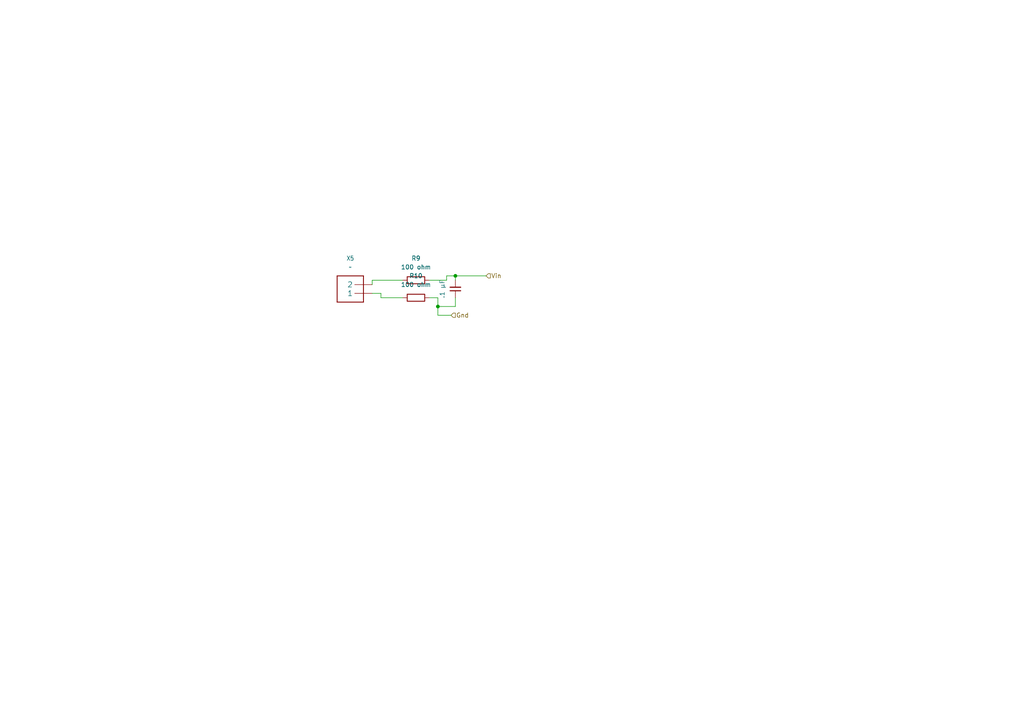
<source format=kicad_sch>
(kicad_sch
	(version 20250114)
	(generator "eeschema")
	(generator_version "9.0")
	(uuid "12f47e90-2ab0-4108-9298-920f34779b84")
	(paper "A4")
	(lib_symbols
		(symbol "Device:C_Small"
			(pin_numbers
				(hide yes)
			)
			(pin_names
				(offset 0.254)
				(hide yes)
			)
			(exclude_from_sim no)
			(in_bom yes)
			(on_board yes)
			(property "Reference" "C"
				(at 0.254 1.778 0)
				(effects
					(font
						(size 1.27 1.27)
					)
					(justify left)
				)
			)
			(property "Value" "C_Small"
				(at 0.254 -2.032 0)
				(effects
					(font
						(size 1.27 1.27)
					)
					(justify left)
				)
			)
			(property "Footprint" ""
				(at 0 0 0)
				(effects
					(font
						(size 1.27 1.27)
					)
					(hide yes)
				)
			)
			(property "Datasheet" "~"
				(at 0 0 0)
				(effects
					(font
						(size 1.27 1.27)
					)
					(hide yes)
				)
			)
			(property "Description" "Unpolarized capacitor, small symbol"
				(at 0 0 0)
				(effects
					(font
						(size 1.27 1.27)
					)
					(hide yes)
				)
			)
			(property "ki_keywords" "capacitor cap"
				(at 0 0 0)
				(effects
					(font
						(size 1.27 1.27)
					)
					(hide yes)
				)
			)
			(property "ki_fp_filters" "C_*"
				(at 0 0 0)
				(effects
					(font
						(size 1.27 1.27)
					)
					(hide yes)
				)
			)
			(symbol "C_Small_0_1"
				(polyline
					(pts
						(xy -1.524 0.508) (xy 1.524 0.508)
					)
					(stroke
						(width 0.3048)
						(type default)
					)
					(fill
						(type none)
					)
				)
				(polyline
					(pts
						(xy -1.524 -0.508) (xy 1.524 -0.508)
					)
					(stroke
						(width 0.3302)
						(type default)
					)
					(fill
						(type none)
					)
				)
			)
			(symbol "C_Small_1_1"
				(pin passive line
					(at 0 2.54 270)
					(length 2.032)
					(name "~"
						(effects
							(font
								(size 1.27 1.27)
							)
						)
					)
					(number "1"
						(effects
							(font
								(size 1.27 1.27)
							)
						)
					)
				)
				(pin passive line
					(at 0 -2.54 90)
					(length 2.032)
					(name "~"
						(effects
							(font
								(size 1.27 1.27)
							)
						)
					)
					(number "2"
						(effects
							(font
								(size 1.27 1.27)
							)
						)
					)
				)
			)
			(embedded_fonts no)
		)
		(symbol "Device:R"
			(pin_numbers
				(hide yes)
			)
			(pin_names
				(offset 0)
			)
			(exclude_from_sim no)
			(in_bom yes)
			(on_board yes)
			(property "Reference" "R"
				(at 2.032 0 90)
				(effects
					(font
						(size 1.27 1.27)
					)
				)
			)
			(property "Value" "R"
				(at 0 0 90)
				(effects
					(font
						(size 1.27 1.27)
					)
				)
			)
			(property "Footprint" ""
				(at -1.778 0 90)
				(effects
					(font
						(size 1.27 1.27)
					)
					(hide yes)
				)
			)
			(property "Datasheet" "~"
				(at 0 0 0)
				(effects
					(font
						(size 1.27 1.27)
					)
					(hide yes)
				)
			)
			(property "Description" "Resistor"
				(at 0 0 0)
				(effects
					(font
						(size 1.27 1.27)
					)
					(hide yes)
				)
			)
			(property "ki_keywords" "R res resistor"
				(at 0 0 0)
				(effects
					(font
						(size 1.27 1.27)
					)
					(hide yes)
				)
			)
			(property "ki_fp_filters" "R_*"
				(at 0 0 0)
				(effects
					(font
						(size 1.27 1.27)
					)
					(hide yes)
				)
			)
			(symbol "R_0_1"
				(rectangle
					(start -1.016 -2.54)
					(end 1.016 2.54)
					(stroke
						(width 0.254)
						(type default)
					)
					(fill
						(type none)
					)
				)
			)
			(symbol "R_1_1"
				(pin passive line
					(at 0 3.81 270)
					(length 1.27)
					(name "~"
						(effects
							(font
								(size 1.27 1.27)
							)
						)
					)
					(number "1"
						(effects
							(font
								(size 1.27 1.27)
							)
						)
					)
				)
				(pin passive line
					(at 0 -3.81 90)
					(length 1.27)
					(name "~"
						(effects
							(font
								(size 1.27 1.27)
							)
						)
					)
					(number "2"
						(effects
							(font
								(size 1.27 1.27)
							)
						)
					)
				)
			)
			(embedded_fonts no)
		)
		(symbol "socket:TERMBLOCK_1X2"
			(exclude_from_sim no)
			(in_bom yes)
			(on_board yes)
			(property "Reference" "X"
				(at -2.54 7.62 0)
				(effects
					(font
						(size 1.27 1.0795)
					)
					(justify left bottom)
				)
			)
			(property "Value" ""
				(at -2.54 -5.08 0)
				(effects
					(font
						(size 1.27 1.0795)
					)
					(justify left bottom)
				)
			)
			(property "Footprint" "Adafruit MAX31856:TERMBLOCK_1X2-3.5MM"
				(at 0 0 0)
				(effects
					(font
						(size 1.27 1.27)
					)
					(hide yes)
				)
			)
			(property "Datasheet" ""
				(at 0 0 0)
				(effects
					(font
						(size 1.27 1.27)
					)
					(hide yes)
				)
			)
			(property "Description" "3.5mm Terminal block\n\nhttp://www.ladyada.net/library/pcb/eaglelibrary.html"
				(at 0 0 0)
				(effects
					(font
						(size 1.27 1.27)
					)
					(hide yes)
				)
			)
			(property "ki_locked" ""
				(at 0 0 0)
				(effects
					(font
						(size 1.27 1.27)
					)
				)
			)
			(symbol "TERMBLOCK_1X2_1_0"
				(polyline
					(pts
						(xy -2.54 5.08) (xy -2.54 -2.54)
					)
					(stroke
						(width 0.254)
						(type solid)
					)
					(fill
						(type none)
					)
				)
				(polyline
					(pts
						(xy -2.54 -2.54) (xy 5.08 -2.54)
					)
					(stroke
						(width 0.254)
						(type solid)
					)
					(fill
						(type none)
					)
				)
				(polyline
					(pts
						(xy 5.08 5.08) (xy -2.54 5.08)
					)
					(stroke
						(width 0.254)
						(type solid)
					)
					(fill
						(type none)
					)
				)
				(polyline
					(pts
						(xy 5.08 -2.54) (xy 5.08 5.08)
					)
					(stroke
						(width 0.254)
						(type solid)
					)
					(fill
						(type none)
					)
				)
				(pin passive line
					(at -5.08 2.54 0)
					(length 5.08)
					(name "1"
						(effects
							(font
								(size 1.524 1.524)
							)
						)
					)
					(number "1"
						(effects
							(font
								(size 0 0)
							)
						)
					)
				)
				(pin passive line
					(at -5.08 0 0)
					(length 5.08)
					(name "2"
						(effects
							(font
								(size 1.524 1.524)
							)
						)
					)
					(number "2"
						(effects
							(font
								(size 0 0)
							)
						)
					)
				)
			)
			(embedded_fonts no)
		)
	)
	(junction
		(at 132.08 80.01)
		(diameter 0)
		(color 0 0 0 0)
		(uuid "2ceacb49-9864-4526-a73d-ba7719892d12")
	)
	(junction
		(at 127 88.9)
		(diameter 0)
		(color 0 0 0 0)
		(uuid "a017e8fc-c0ab-4a31-bd87-3bba5834815c")
	)
	(wire
		(pts
			(xy 107.95 81.28) (xy 116.84 81.28)
		)
		(stroke
			(width 0)
			(type default)
		)
		(uuid "19347a83-ad9c-4105-b394-bc839e175242")
	)
	(wire
		(pts
			(xy 132.08 86.36) (xy 132.08 88.9)
		)
		(stroke
			(width 0)
			(type default)
		)
		(uuid "25945845-0a36-4a7b-9b6b-333252776a1f")
	)
	(wire
		(pts
			(xy 129.54 80.01) (xy 129.54 81.28)
		)
		(stroke
			(width 0)
			(type default)
		)
		(uuid "31a76246-6826-4e16-8c0a-76e37fb55cad")
	)
	(wire
		(pts
			(xy 110.49 86.36) (xy 110.49 85.09)
		)
		(stroke
			(width 0)
			(type default)
		)
		(uuid "33649565-36ea-4564-989f-66579282d1f9")
	)
	(wire
		(pts
			(xy 127 91.44) (xy 127 88.9)
		)
		(stroke
			(width 0)
			(type default)
		)
		(uuid "48fbf022-1cd5-4d62-a059-5b195a33fc7e")
	)
	(wire
		(pts
			(xy 129.54 81.28) (xy 124.46 81.28)
		)
		(stroke
			(width 0)
			(type default)
		)
		(uuid "4a4c168c-d7db-48b1-b65a-5a4ab9cadd98")
	)
	(wire
		(pts
			(xy 129.54 80.01) (xy 132.08 80.01)
		)
		(stroke
			(width 0)
			(type default)
		)
		(uuid "4d6dec7b-cbfd-4b9a-b263-6a0f31662722")
	)
	(wire
		(pts
			(xy 127 88.9) (xy 127 86.36)
		)
		(stroke
			(width 0)
			(type default)
		)
		(uuid "4e8fe4b5-10c9-4785-9176-6dde1b1d8c50")
	)
	(wire
		(pts
			(xy 127 86.36) (xy 124.46 86.36)
		)
		(stroke
			(width 0)
			(type default)
		)
		(uuid "4eb5ef4d-ddc4-4ddf-b59d-9b19833b0960")
	)
	(wire
		(pts
			(xy 110.49 85.09) (xy 107.95 85.09)
		)
		(stroke
			(width 0)
			(type default)
		)
		(uuid "5935d163-7f29-437e-bc24-db0776b89a22")
	)
	(wire
		(pts
			(xy 127 91.44) (xy 130.81 91.44)
		)
		(stroke
			(width 0)
			(type default)
		)
		(uuid "619c0c64-28d3-4060-aa6e-0a82e9cf0493")
	)
	(wire
		(pts
			(xy 110.49 86.36) (xy 116.84 86.36)
		)
		(stroke
			(width 0)
			(type default)
		)
		(uuid "7278adf7-5f68-4dbe-afa7-5c509ef9c275")
	)
	(wire
		(pts
			(xy 107.95 81.28) (xy 107.95 82.55)
		)
		(stroke
			(width 0)
			(type default)
		)
		(uuid "7987201b-0ba7-4757-922f-68b0c16b9d54")
	)
	(wire
		(pts
			(xy 132.08 80.01) (xy 140.97 80.01)
		)
		(stroke
			(width 0)
			(type default)
		)
		(uuid "d0067d97-7ae0-49ac-89f3-0d5c16b8196d")
	)
	(wire
		(pts
			(xy 132.08 80.01) (xy 132.08 81.28)
		)
		(stroke
			(width 0)
			(type default)
		)
		(uuid "e50a26c8-07fc-40e3-aa90-3681caf16117")
	)
	(wire
		(pts
			(xy 132.08 88.9) (xy 127 88.9)
		)
		(stroke
			(width 0)
			(type default)
		)
		(uuid "f833e123-2576-4974-bb5b-ecc17d6f9a30")
	)
	(hierarchical_label "Vin"
		(shape input)
		(at 140.97 80.01 0)
		(effects
			(font
				(size 1.27 1.27)
			)
			(justify left)
		)
		(uuid "cce7c17d-83ff-41de-af5a-61c2e51272f2")
	)
	(hierarchical_label "Gnd"
		(shape input)
		(at 130.81 91.44 0)
		(effects
			(font
				(size 1.27 1.27)
			)
			(justify left)
		)
		(uuid "dc841baa-bef7-4d79-98a9-8218abc26602")
	)
	(symbol
		(lib_id "socket:TERMBLOCK_1X2")
		(at 102.87 82.55 180)
		(unit 1)
		(exclude_from_sim no)
		(in_bom yes)
		(on_board yes)
		(dnp no)
		(fields_autoplaced yes)
		(uuid "58440f45-cae4-4768-bc78-d52976432316")
		(property "Reference" "X1"
			(at 101.6 74.93 0)
			(effects
				(font
					(size 1.27 1.0795)
				)
			)
		)
		(property "Value" "~"
			(at 101.6 77.47 0)
			(effects
				(font
					(size 1.27 1.0795)
				)
			)
		)
		(property "Footprint" "Socket:TERMBLOCK_1X2-3.5MM"
			(at 102.87 82.55 0)
			(effects
				(font
					(size 1.27 1.27)
				)
				(hide yes)
			)
		)
		(property "Datasheet" ""
			(at 102.87 82.55 0)
			(effects
				(font
					(size 1.27 1.27)
				)
				(hide yes)
			)
		)
		(property "Description" "3.5mm Terminal block\n\nhttp://www.ladyada.net/library/pcb/eaglelibrary.html"
			(at 102.87 82.55 0)
			(effects
				(font
					(size 1.27 1.27)
				)
				(hide yes)
			)
		)
		(pin "1"
			(uuid "3f5945d3-f1f1-4957-91ea-c1ef629e9a53")
		)
		(pin "2"
			(uuid "b62cbbbd-d1fa-4004-8e7c-ed4ac4fba7e1")
		)
		(instances
			(project ""
				(path "/fa9dc022-1312-44b0-9fb7-b3fdf624cd97/075719d4-9826-4393-849f-f1d25a835d43"
					(reference "X5")
					(unit 1)
				)
				(path "/fa9dc022-1312-44b0-9fb7-b3fdf624cd97/32eac433-284b-43d9-8618-919675879cb5"
					(reference "X17")
					(unit 1)
				)
				(path "/fa9dc022-1312-44b0-9fb7-b3fdf624cd97/422693e3-ce74-42d8-bc13-95f687830bc3"
					(reference "X7")
					(unit 1)
				)
				(path "/fa9dc022-1312-44b0-9fb7-b3fdf624cd97/4433405b-fe70-4755-a0c8-bd27116c8350"
					(reference "X11")
					(unit 1)
				)
				(path "/fa9dc022-1312-44b0-9fb7-b3fdf624cd97/4dc7ed6d-b409-4a31-b780-a95100bbfe60"
					(reference "X18")
					(unit 1)
				)
				(path "/fa9dc022-1312-44b0-9fb7-b3fdf624cd97/566ea0a8-e364-44c1-b9c8-ffa17dc94e83"
					(reference "X4")
					(unit 1)
				)
				(path "/fa9dc022-1312-44b0-9fb7-b3fdf624cd97/5f071213-ec34-4ce8-b90c-ce04d11d489f"
					(reference "X6")
					(unit 1)
				)
				(path "/fa9dc022-1312-44b0-9fb7-b3fdf624cd97/7b410b58-fba9-4faa-a4d9-55b540be909e"
					(reference "X3")
					(unit 1)
				)
				(path "/fa9dc022-1312-44b0-9fb7-b3fdf624cd97/827330c4-16b5-495e-88f3-62887b304a5d"
					(reference "X1")
					(unit 1)
				)
				(path "/fa9dc022-1312-44b0-9fb7-b3fdf624cd97/8ab53b7b-45c7-4218-b396-2d3fd6d4abe2"
					(reference "X15")
					(unit 1)
				)
				(path "/fa9dc022-1312-44b0-9fb7-b3fdf624cd97/a25154d8-590d-427c-bc64-5b5f20508021"
					(reference "X8")
					(unit 1)
				)
				(path "/fa9dc022-1312-44b0-9fb7-b3fdf624cd97/a842cb9c-43e9-4ac5-a38e-222170cea8ff"
					(reference "X12")
					(unit 1)
				)
				(path "/fa9dc022-1312-44b0-9fb7-b3fdf624cd97/aac4d453-3fc7-4972-b275-d4029d8f4716"
					(reference "X14")
					(unit 1)
				)
				(path "/fa9dc022-1312-44b0-9fb7-b3fdf624cd97/ab20202f-0027-4c2c-a7d2-0fcaadef9f85"
					(reference "X2")
					(unit 1)
				)
				(path "/fa9dc022-1312-44b0-9fb7-b3fdf624cd97/c72444c4-56f7-48af-818c-6543d585b9ba"
					(reference "X13")
					(unit 1)
				)
				(path "/fa9dc022-1312-44b0-9fb7-b3fdf624cd97/d622269d-aa4e-4a91-be3e-93508fa2a4e0"
					(reference "X16")
					(unit 1)
				)
				(path "/fa9dc022-1312-44b0-9fb7-b3fdf624cd97/ecf347cb-3b89-4b4e-91f5-780cf2d6073f"
					(reference "X10")
					(unit 1)
				)
				(path "/fa9dc022-1312-44b0-9fb7-b3fdf624cd97/fbfa273f-6815-4073-9b4f-8ade15ad98b2"
					(reference "X9")
					(unit 1)
				)
			)
		)
	)
	(symbol
		(lib_id "Device:R")
		(at 120.65 81.28 90)
		(unit 1)
		(exclude_from_sim no)
		(in_bom yes)
		(on_board yes)
		(dnp no)
		(fields_autoplaced yes)
		(uuid "5ace25cc-6f5e-471c-94c6-46e86151f7e8")
		(property "Reference" "R1"
			(at 120.65 74.93 90)
			(effects
				(font
					(size 1.27 1.27)
				)
			)
		)
		(property "Value" "100 ohm"
			(at 120.65 77.47 90)
			(effects
				(font
					(size 1.27 1.27)
				)
			)
		)
		(property "Footprint" "cap:RESC1607X60N"
			(at 120.65 83.058 90)
			(effects
				(font
					(size 1.27 1.27)
				)
				(hide yes)
			)
		)
		(property "Datasheet" "~"
			(at 120.65 81.28 0)
			(effects
				(font
					(size 1.27 1.27)
				)
				(hide yes)
			)
		)
		(property "Description" "Resistor"
			(at 120.65 81.28 0)
			(effects
				(font
					(size 1.27 1.27)
				)
				(hide yes)
			)
		)
		(pin "2"
			(uuid "116f8b1f-2040-4065-9031-1433c38f664f")
		)
		(pin "1"
			(uuid "8d673229-48c6-413e-b866-f9395539557e")
		)
		(instances
			(project "Thermocouple board"
				(path "/fa9dc022-1312-44b0-9fb7-b3fdf624cd97/075719d4-9826-4393-849f-f1d25a835d43"
					(reference "R9")
					(unit 1)
				)
				(path "/fa9dc022-1312-44b0-9fb7-b3fdf624cd97/32eac433-284b-43d9-8618-919675879cb5"
					(reference "R31")
					(unit 1)
				)
				(path "/fa9dc022-1312-44b0-9fb7-b3fdf624cd97/422693e3-ce74-42d8-bc13-95f687830bc3"
					(reference "R13")
					(unit 1)
				)
				(path "/fa9dc022-1312-44b0-9fb7-b3fdf624cd97/4433405b-fe70-4755-a0c8-bd27116c8350"
					(reference "R19")
					(unit 1)
				)
				(path "/fa9dc022-1312-44b0-9fb7-b3fdf624cd97/4dc7ed6d-b409-4a31-b780-a95100bbfe60"
					(reference "R35")
					(unit 1)
				)
				(path "/fa9dc022-1312-44b0-9fb7-b3fdf624cd97/566ea0a8-e364-44c1-b9c8-ffa17dc94e83"
					(reference "R7")
					(unit 1)
				)
				(path "/fa9dc022-1312-44b0-9fb7-b3fdf624cd97/5f071213-ec34-4ce8-b90c-ce04d11d489f"
					(reference "R11")
					(unit 1)
				)
				(path "/fa9dc022-1312-44b0-9fb7-b3fdf624cd97/7b410b58-fba9-4faa-a4d9-55b540be909e"
					(reference "R5")
					(unit 1)
				)
				(path "/fa9dc022-1312-44b0-9fb7-b3fdf624cd97/827330c4-16b5-495e-88f3-62887b304a5d"
					(reference "R1")
					(unit 1)
				)
				(path "/fa9dc022-1312-44b0-9fb7-b3fdf624cd97/8ab53b7b-45c7-4218-b396-2d3fd6d4abe2"
					(reference "R27")
					(unit 1)
				)
				(path "/fa9dc022-1312-44b0-9fb7-b3fdf624cd97/a25154d8-590d-427c-bc64-5b5f20508021"
					(reference "R15")
					(unit 1)
				)
				(path "/fa9dc022-1312-44b0-9fb7-b3fdf624cd97/a842cb9c-43e9-4ac5-a38e-222170cea8ff"
					(reference "R21")
					(unit 1)
				)
				(path "/fa9dc022-1312-44b0-9fb7-b3fdf624cd97/aac4d453-3fc7-4972-b275-d4029d8f4716"
					(reference "R25")
					(unit 1)
				)
				(path "/fa9dc022-1312-44b0-9fb7-b3fdf624cd97/ab20202f-0027-4c2c-a7d2-0fcaadef9f85"
					(reference "R3")
					(unit 1)
				)
				(path "/fa9dc022-1312-44b0-9fb7-b3fdf624cd97/c72444c4-56f7-48af-818c-6543d585b9ba"
					(reference "R23")
					(unit 1)
				)
				(path "/fa9dc022-1312-44b0-9fb7-b3fdf624cd97/d622269d-aa4e-4a91-be3e-93508fa2a4e0"
					(reference "R29")
					(unit 1)
				)
				(path "/fa9dc022-1312-44b0-9fb7-b3fdf624cd97/ecf347cb-3b89-4b4e-91f5-780cf2d6073f"
					(reference "R17")
					(unit 1)
				)
				(path "/fa9dc022-1312-44b0-9fb7-b3fdf624cd97/fbfa273f-6815-4073-9b4f-8ade15ad98b2"
					(reference "R33")
					(unit 1)
				)
			)
		)
	)
	(symbol
		(lib_id "Device:R")
		(at 120.65 86.36 90)
		(unit 1)
		(exclude_from_sim no)
		(in_bom yes)
		(on_board yes)
		(dnp no)
		(fields_autoplaced yes)
		(uuid "95c6e03d-9d3c-4ea7-9054-dba20b3a365b")
		(property "Reference" "R2"
			(at 120.65 80.01 90)
			(effects
				(font
					(size 1.27 1.27)
				)
			)
		)
		(property "Value" "100 ohm"
			(at 120.65 82.55 90)
			(effects
				(font
					(size 1.27 1.27)
				)
			)
		)
		(property "Footprint" "cap:RESC1607X60N"
			(at 120.65 88.138 90)
			(effects
				(font
					(size 1.27 1.27)
				)
				(hide yes)
			)
		)
		(property "Datasheet" "~"
			(at 120.65 86.36 0)
			(effects
				(font
					(size 1.27 1.27)
				)
				(hide yes)
			)
		)
		(property "Description" "Resistor"
			(at 120.65 86.36 0)
			(effects
				(font
					(size 1.27 1.27)
				)
				(hide yes)
			)
		)
		(pin "2"
			(uuid "25f380ab-89a3-4ae3-9408-f12d932be975")
		)
		(pin "1"
			(uuid "a1b82538-5df7-4804-9279-ffdd060da71a")
		)
		(instances
			(project "Thermocouple board"
				(path "/fa9dc022-1312-44b0-9fb7-b3fdf624cd97/075719d4-9826-4393-849f-f1d25a835d43"
					(reference "R10")
					(unit 1)
				)
				(path "/fa9dc022-1312-44b0-9fb7-b3fdf624cd97/32eac433-284b-43d9-8618-919675879cb5"
					(reference "R32")
					(unit 1)
				)
				(path "/fa9dc022-1312-44b0-9fb7-b3fdf624cd97/422693e3-ce74-42d8-bc13-95f687830bc3"
					(reference "R14")
					(unit 1)
				)
				(path "/fa9dc022-1312-44b0-9fb7-b3fdf624cd97/4433405b-fe70-4755-a0c8-bd27116c8350"
					(reference "R20")
					(unit 1)
				)
				(path "/fa9dc022-1312-44b0-9fb7-b3fdf624cd97/4dc7ed6d-b409-4a31-b780-a95100bbfe60"
					(reference "R36")
					(unit 1)
				)
				(path "/fa9dc022-1312-44b0-9fb7-b3fdf624cd97/566ea0a8-e364-44c1-b9c8-ffa17dc94e83"
					(reference "R8")
					(unit 1)
				)
				(path "/fa9dc022-1312-44b0-9fb7-b3fdf624cd97/5f071213-ec34-4ce8-b90c-ce04d11d489f"
					(reference "R12")
					(unit 1)
				)
				(path "/fa9dc022-1312-44b0-9fb7-b3fdf624cd97/7b410b58-fba9-4faa-a4d9-55b540be909e"
					(reference "R6")
					(unit 1)
				)
				(path "/fa9dc022-1312-44b0-9fb7-b3fdf624cd97/827330c4-16b5-495e-88f3-62887b304a5d"
					(reference "R2")
					(unit 1)
				)
				(path "/fa9dc022-1312-44b0-9fb7-b3fdf624cd97/8ab53b7b-45c7-4218-b396-2d3fd6d4abe2"
					(reference "R28")
					(unit 1)
				)
				(path "/fa9dc022-1312-44b0-9fb7-b3fdf624cd97/a25154d8-590d-427c-bc64-5b5f20508021"
					(reference "R16")
					(unit 1)
				)
				(path "/fa9dc022-1312-44b0-9fb7-b3fdf624cd97/a842cb9c-43e9-4ac5-a38e-222170cea8ff"
					(reference "R22")
					(unit 1)
				)
				(path "/fa9dc022-1312-44b0-9fb7-b3fdf624cd97/aac4d453-3fc7-4972-b275-d4029d8f4716"
					(reference "R26")
					(unit 1)
				)
				(path "/fa9dc022-1312-44b0-9fb7-b3fdf624cd97/ab20202f-0027-4c2c-a7d2-0fcaadef9f85"
					(reference "R4")
					(unit 1)
				)
				(path "/fa9dc022-1312-44b0-9fb7-b3fdf624cd97/c72444c4-56f7-48af-818c-6543d585b9ba"
					(reference "R24")
					(unit 1)
				)
				(path "/fa9dc022-1312-44b0-9fb7-b3fdf624cd97/d622269d-aa4e-4a91-be3e-93508fa2a4e0"
					(reference "R30")
					(unit 1)
				)
				(path "/fa9dc022-1312-44b0-9fb7-b3fdf624cd97/ecf347cb-3b89-4b4e-91f5-780cf2d6073f"
					(reference "R18")
					(unit 1)
				)
				(path "/fa9dc022-1312-44b0-9fb7-b3fdf624cd97/fbfa273f-6815-4073-9b4f-8ade15ad98b2"
					(reference "R34")
					(unit 1)
				)
			)
		)
	)
	(symbol
		(lib_id "Device:C_Small")
		(at 132.08 83.82 180)
		(unit 1)
		(exclude_from_sim no)
		(in_bom yes)
		(on_board yes)
		(dnp no)
		(fields_autoplaced yes)
		(uuid "c8ffcb94-ac12-4cae-87b5-6a693e0b1ca3")
		(property "Reference" "C4"
			(at 125.73 83.8137 90)
			(effects
				(font
					(size 1.27 1.27)
				)
				(hide yes)
			)
		)
		(property "Value" ".1 μF"
			(at 128.27 83.8137 90)
			(effects
				(font
					(size 1.27 1.27)
				)
			)
		)
		(property "Footprint" "cap:CAPC17595_95N_KEM"
			(at 132.08 83.82 0)
			(effects
				(font
					(size 1.27 1.27)
				)
				(hide yes)
			)
		)
		(property "Datasheet" "~"
			(at 132.08 83.82 0)
			(effects
				(font
					(size 1.27 1.27)
				)
				(hide yes)
			)
		)
		(property "Description" "Unpolarized capacitor, small symbol"
			(at 132.08 83.82 0)
			(effects
				(font
					(size 1.27 1.27)
				)
				(hide yes)
			)
		)
		(pin "2"
			(uuid "0385bed8-6405-4943-a6b9-6c3853729a8f")
		)
		(pin "1"
			(uuid "f74231ba-58f3-43ff-ab1a-af556ac603e3")
		)
		(instances
			(project "Thermocouple board"
				(path "/fa9dc022-1312-44b0-9fb7-b3fdf624cd97/075719d4-9826-4393-849f-f1d25a835d43"
					(reference "C8")
					(unit 1)
				)
				(path "/fa9dc022-1312-44b0-9fb7-b3fdf624cd97/32eac433-284b-43d9-8618-919675879cb5"
					(reference "C24")
					(unit 1)
				)
				(path "/fa9dc022-1312-44b0-9fb7-b3fdf624cd97/422693e3-ce74-42d8-bc13-95f687830bc3"
					(reference "C10")
					(unit 1)
				)
				(path "/fa9dc022-1312-44b0-9fb7-b3fdf624cd97/4433405b-fe70-4755-a0c8-bd27116c8350"
					(reference "C18")
					(unit 1)
				)
				(path "/fa9dc022-1312-44b0-9fb7-b3fdf624cd97/4dc7ed6d-b409-4a31-b780-a95100bbfe60"
					(reference "C26")
					(unit 1)
				)
				(path "/fa9dc022-1312-44b0-9fb7-b3fdf624cd97/566ea0a8-e364-44c1-b9c8-ffa17dc94e83"
					(reference "C7")
					(unit 1)
				)
				(path "/fa9dc022-1312-44b0-9fb7-b3fdf624cd97/5f071213-ec34-4ce8-b90c-ce04d11d489f"
					(reference "C9")
					(unit 1)
				)
				(path "/fa9dc022-1312-44b0-9fb7-b3fdf624cd97/7b410b58-fba9-4faa-a4d9-55b540be909e"
					(reference "C6")
					(unit 1)
				)
				(path "/fa9dc022-1312-44b0-9fb7-b3fdf624cd97/827330c4-16b5-495e-88f3-62887b304a5d"
					(reference "C4")
					(unit 1)
				)
				(path "/fa9dc022-1312-44b0-9fb7-b3fdf624cd97/8ab53b7b-45c7-4218-b396-2d3fd6d4abe2"
					(reference "C22")
					(unit 1)
				)
				(path "/fa9dc022-1312-44b0-9fb7-b3fdf624cd97/a25154d8-590d-427c-bc64-5b5f20508021"
					(reference "C11")
					(unit 1)
				)
				(path "/fa9dc022-1312-44b0-9fb7-b3fdf624cd97/a842cb9c-43e9-4ac5-a38e-222170cea8ff"
					(reference "C19")
					(unit 1)
				)
				(path "/fa9dc022-1312-44b0-9fb7-b3fdf624cd97/aac4d453-3fc7-4972-b275-d4029d8f4716"
					(reference "C21")
					(unit 1)
				)
				(path "/fa9dc022-1312-44b0-9fb7-b3fdf624cd97/ab20202f-0027-4c2c-a7d2-0fcaadef9f85"
					(reference "C5")
					(unit 1)
				)
				(path "/fa9dc022-1312-44b0-9fb7-b3fdf624cd97/c72444c4-56f7-48af-818c-6543d585b9ba"
					(reference "C20")
					(unit 1)
				)
				(path "/fa9dc022-1312-44b0-9fb7-b3fdf624cd97/d622269d-aa4e-4a91-be3e-93508fa2a4e0"
					(reference "C23")
					(unit 1)
				)
				(path "/fa9dc022-1312-44b0-9fb7-b3fdf624cd97/ecf347cb-3b89-4b4e-91f5-780cf2d6073f"
					(reference "C17")
					(unit 1)
				)
				(path "/fa9dc022-1312-44b0-9fb7-b3fdf624cd97/fbfa273f-6815-4073-9b4f-8ade15ad98b2"
					(reference "C16")
					(unit 1)
				)
			)
		)
	)
)

</source>
